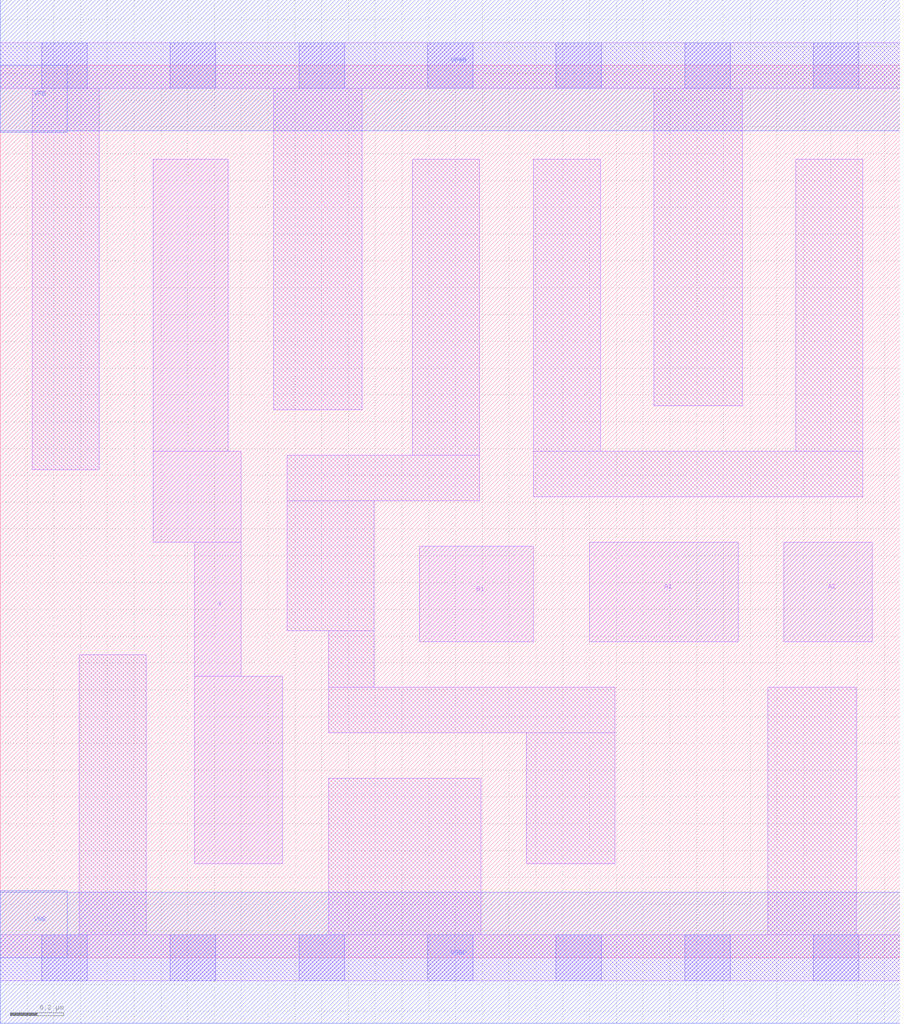
<source format=lef>
# Copyright 2020 The SkyWater PDK Authors
#
# Licensed under the Apache License, Version 2.0 (the "License");
# you may not use this file except in compliance with the License.
# You may obtain a copy of the License at
#
#     https://www.apache.org/licenses/LICENSE-2.0
#
# Unless required by applicable law or agreed to in writing, software
# distributed under the License is distributed on an "AS IS" BASIS,
# WITHOUT WARRANTIES OR CONDITIONS OF ANY KIND, either express or implied.
# See the License for the specific language governing permissions and
# limitations under the License.
#
# SPDX-License-Identifier: Apache-2.0

VERSION 5.5 ;
NAMESCASESENSITIVE ON ;
BUSBITCHARS "[]" ;
DIVIDERCHAR "/" ;
MACRO sky130_fd_sc_ms__a21o_2
  CLASS CORE ;
  SOURCE USER ;
  ORIGIN  0.000000  0.000000 ;
  SIZE  3.360000 BY  3.330000 ;
  SYMMETRY X Y ;
  SITE unit ;
  PIN A1
    ANTENNAGATEAREA  0.261000 ;
    DIRECTION INPUT ;
    USE SIGNAL ;
    PORT
      LAYER li1 ;
        RECT 2.200000 1.180000 2.755000 1.550000 ;
    END
  END A1
  PIN A2
    ANTENNAGATEAREA  0.261000 ;
    DIRECTION INPUT ;
    USE SIGNAL ;
    PORT
      LAYER li1 ;
        RECT 2.925000 1.180000 3.255000 1.550000 ;
    END
  END A2
  PIN B1
    ANTENNAGATEAREA  0.261000 ;
    DIRECTION INPUT ;
    USE SIGNAL ;
    PORT
      LAYER li1 ;
        RECT 1.565000 1.180000 1.990000 1.535000 ;
    END
  END B1
  PIN X
    ANTENNADIFFAREA  0.543200 ;
    DIRECTION OUTPUT ;
    USE SIGNAL ;
    PORT
      LAYER li1 ;
        RECT 0.570000 1.550000 0.900000 1.890000 ;
        RECT 0.570000 1.890000 0.850000 2.980000 ;
        RECT 0.725000 0.350000 1.055000 1.050000 ;
        RECT 0.725000 1.050000 0.900000 1.550000 ;
    END
  END X
  PIN VGND
    DIRECTION INOUT ;
    USE GROUND ;
    PORT
      LAYER met1 ;
        RECT 0.000000 -0.245000 3.360000 0.245000 ;
    END
  END VGND
  PIN VNB
    DIRECTION INOUT ;
    USE GROUND ;
    PORT
      LAYER met1 ;
        RECT 0.000000 0.000000 0.250000 0.250000 ;
    END
  END VNB
  PIN VPB
    DIRECTION INOUT ;
    USE POWER ;
    PORT
      LAYER met1 ;
        RECT 0.000000 3.080000 0.250000 3.330000 ;
    END
  END VPB
  PIN VPWR
    DIRECTION INOUT ;
    USE POWER ;
    PORT
      LAYER met1 ;
        RECT 0.000000 3.085000 3.360000 3.575000 ;
    END
  END VPWR
  OBS
    LAYER li1 ;
      RECT 0.000000 -0.085000 3.360000 0.085000 ;
      RECT 0.000000  3.245000 3.360000 3.415000 ;
      RECT 0.120000  1.820000 0.370000 3.245000 ;
      RECT 0.295000  0.085000 0.545000 1.130000 ;
      RECT 1.020000  2.045000 1.350000 3.245000 ;
      RECT 1.070000  1.220000 1.395000 1.705000 ;
      RECT 1.070000  1.705000 1.790000 1.875000 ;
      RECT 1.225000  0.085000 1.795000 0.670000 ;
      RECT 1.225000  0.840000 2.295000 1.010000 ;
      RECT 1.225000  1.010000 1.395000 1.220000 ;
      RECT 1.540000  1.875000 1.790000 2.980000 ;
      RECT 1.965000  0.350000 2.295000 0.840000 ;
      RECT 1.990000  1.720000 3.220000 1.890000 ;
      RECT 1.990000  1.890000 2.240000 2.980000 ;
      RECT 2.440000  2.060000 2.770000 3.245000 ;
      RECT 2.865000  0.085000 3.195000 1.010000 ;
      RECT 2.970000  1.890000 3.220000 2.980000 ;
    LAYER mcon ;
      RECT 0.155000 -0.085000 0.325000 0.085000 ;
      RECT 0.155000  3.245000 0.325000 3.415000 ;
      RECT 0.635000 -0.085000 0.805000 0.085000 ;
      RECT 0.635000  3.245000 0.805000 3.415000 ;
      RECT 1.115000 -0.085000 1.285000 0.085000 ;
      RECT 1.115000  3.245000 1.285000 3.415000 ;
      RECT 1.595000 -0.085000 1.765000 0.085000 ;
      RECT 1.595000  3.245000 1.765000 3.415000 ;
      RECT 2.075000 -0.085000 2.245000 0.085000 ;
      RECT 2.075000  3.245000 2.245000 3.415000 ;
      RECT 2.555000 -0.085000 2.725000 0.085000 ;
      RECT 2.555000  3.245000 2.725000 3.415000 ;
      RECT 3.035000 -0.085000 3.205000 0.085000 ;
      RECT 3.035000  3.245000 3.205000 3.415000 ;
  END
END sky130_fd_sc_ms__a21o_2
END LIBRARY

</source>
